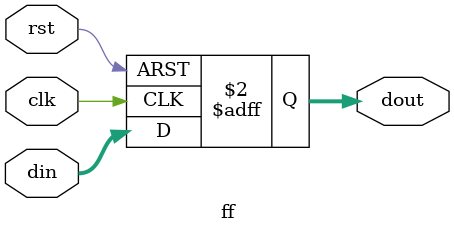
<source format=v>



module ff #(
    parameter DATA_WIDTH=32
    )(
    input clk,rst,
    input [DATA_WIDTH-1:0] din,
    output reg [DATA_WIDTH-1:0] dout
);

always @(posedge clk or posedge rst) begin
    if(rst) begin
        dout <= 0;
    end

    else begin
        dout <= din;
    end
end

endmodule

</source>
